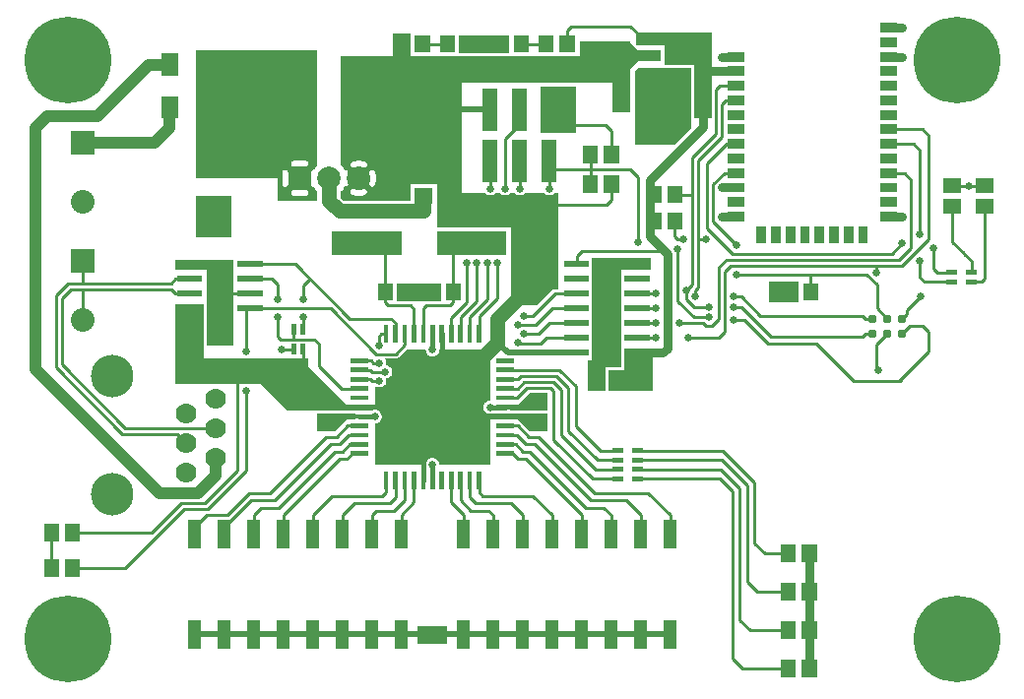
<source format=gbr>
G04 start of page 2 for group 0 idx 0 *
G04 Title: (unknown), top *
G04 Creator: pcb 20140316 *
G04 CreationDate: Sat 14 Dec 2019 03:47:04 AM GMT UTC *
G04 For: railfan *
G04 Format: Gerber/RS-274X *
G04 PCB-Dimensions (mil): 3350.00 2300.00 *
G04 PCB-Coordinate-Origin: lower left *
%MOIN*%
%FSLAX25Y25*%
%LNTOP*%
%ADD43C,0.0480*%
%ADD42C,0.1280*%
%ADD41C,0.0450*%
%ADD40C,0.1285*%
%ADD39C,0.0390*%
%ADD38C,0.0935*%
%ADD37C,0.0120*%
%ADD36C,0.0260*%
%ADD35R,0.0330X0.0330*%
%ADD34R,0.0945X0.0945*%
%ADD33C,0.0310*%
%ADD32R,0.0630X0.0630*%
%ADD31R,0.0550X0.0550*%
%ADD30R,0.0500X0.0500*%
%ADD29R,0.0378X0.0378*%
%ADD28R,0.0787X0.0787*%
%ADD27R,0.0157X0.0157*%
%ADD26R,0.0440X0.0440*%
%ADD25R,0.0167X0.0167*%
%ADD24R,0.0512X0.0512*%
%ADD23R,0.0200X0.0200*%
%ADD22C,0.0800*%
%ADD21C,0.1440*%
%ADD20C,0.0787*%
%ADD19C,0.0700*%
%ADD18C,0.2937*%
%ADD17C,0.0400*%
%ADD16C,0.0500*%
%ADD15C,0.0300*%
%ADD14C,0.0200*%
%ADD13C,0.0100*%
%ADD12C,0.0150*%
%ADD11C,0.0001*%
G54D11*G36*
X131621Y115000D02*X138193D01*
X138221Y114639D01*
X138306Y114287D01*
X138444Y113953D01*
X138634Y113644D01*
X138869Y113369D01*
X139144Y113134D01*
X139453Y112944D01*
X139787Y112806D01*
X140139Y112721D01*
X140500Y112693D01*
X140861Y112721D01*
X141213Y112806D01*
X141547Y112944D01*
X141856Y113134D01*
X142131Y113369D01*
X142366Y113644D01*
X142556Y113953D01*
X142694Y114287D01*
X142779Y114639D01*
X142800Y115000D01*
X160000D01*
Y97807D01*
X159639Y97779D01*
X159287Y97694D01*
X158953Y97556D01*
X158644Y97366D01*
X158369Y97131D01*
X158134Y96856D01*
X157944Y96547D01*
X157806Y96213D01*
X157721Y95861D01*
X157693Y95500D01*
X157721Y95139D01*
X157806Y94787D01*
X157944Y94453D01*
X158134Y94144D01*
X158369Y93869D01*
X158644Y93634D01*
X158953Y93444D01*
X159287Y93306D01*
X159639Y93221D01*
X160000Y93193D01*
Y76000D01*
X142800D01*
X142779Y76361D01*
X142694Y76713D01*
X142556Y77047D01*
X142366Y77356D01*
X142131Y77631D01*
X141856Y77866D01*
X141547Y78056D01*
X141213Y78194D01*
X140861Y78279D01*
X140500Y78307D01*
X140139Y78279D01*
X139787Y78194D01*
X139453Y78056D01*
X139144Y77866D01*
X138869Y77631D01*
X138634Y77356D01*
X138444Y77047D01*
X138306Y76713D01*
X138221Y76361D01*
X138193Y76000D01*
X121000D01*
Y90044D01*
X121361Y90072D01*
X121713Y90157D01*
X122047Y90296D01*
X122356Y90485D01*
X122631Y90720D01*
X122866Y90995D01*
X123056Y91304D01*
X123194Y91638D01*
X123279Y91990D01*
X123300Y92351D01*
X123279Y92712D01*
X123194Y93064D01*
X123056Y93399D01*
X122866Y93707D01*
X122631Y93983D01*
X122356Y94218D01*
X122047Y94407D01*
X121713Y94545D01*
X121361Y94630D01*
X121000Y94658D01*
Y102756D01*
X121144Y102634D01*
X121453Y102444D01*
X121787Y102306D01*
X122139Y102221D01*
X122500Y102193D01*
X122861Y102221D01*
X123213Y102306D01*
X123547Y102444D01*
X123856Y102634D01*
X124131Y102869D01*
X124366Y103144D01*
X124556Y103453D01*
X124694Y103787D01*
X124779Y104139D01*
X124800Y104500D01*
X124779Y104861D01*
X124695Y105208D01*
X124861Y105221D01*
X125213Y105306D01*
X125547Y105444D01*
X125856Y105634D01*
X126131Y105869D01*
X126366Y106144D01*
X126556Y106453D01*
X126694Y106787D01*
X126779Y107139D01*
X126800Y107500D01*
X126779Y107861D01*
X126694Y108213D01*
X126556Y108547D01*
X126366Y108856D01*
X126131Y109131D01*
X125856Y109366D01*
X125547Y109556D01*
X125213Y109694D01*
X124861Y109779D01*
X124695Y109792D01*
X124779Y110139D01*
X124800Y110500D01*
X124779Y110861D01*
X124694Y111213D01*
X124556Y111547D01*
X124366Y111856D01*
X124244Y112000D01*
X127941D01*
X128000Y111995D01*
X128235Y112014D01*
X128235Y112014D01*
X128465Y112069D01*
X128683Y112159D01*
X128884Y112283D01*
X129064Y112436D01*
X129102Y112481D01*
X131621Y115000D01*
G37*
G36*
X101500Y100500D02*X107500D01*
X111500Y96500D01*
X124500D01*
Y94500D01*
X121822D01*
X121713Y94545D01*
X121361Y94630D01*
X121000Y94658D01*
X120639Y94630D01*
X120287Y94545D01*
X120178Y94500D01*
X101500D01*
Y100500D01*
G37*
G36*
Y87500D02*Y93500D01*
X114495D01*
X114395Y93383D01*
X114251Y93148D01*
X114145Y92894D01*
X114081Y92626D01*
X114060Y92351D01*
X114081Y92077D01*
X114145Y91809D01*
X114251Y91554D01*
X114284Y91500D01*
X111500D01*
X107500Y87500D01*
X101500D01*
G37*
G36*
X179500D02*X173500D01*
X169500Y91500D01*
X156500D01*
Y93500D01*
X158862D01*
X158953Y93444D01*
X159287Y93306D01*
X159639Y93221D01*
X160000Y93193D01*
X160361Y93221D01*
X160713Y93306D01*
X161047Y93444D01*
X161138Y93500D01*
X179500D01*
Y87500D01*
G37*
G36*
Y100500D02*Y94500D01*
X166625D01*
X166749Y94703D01*
X166855Y94958D01*
X166919Y95225D01*
X166940Y95500D01*
X166919Y95775D01*
X166855Y96042D01*
X166749Y96297D01*
X166625Y96500D01*
X169500D01*
X173500Y100500D01*
X179500D01*
G37*
G36*
X135500Y21500D02*X145500D01*
Y15500D01*
X135500D01*
Y21500D01*
G37*
G36*
X63000Y116500D02*X53500D01*
Y130500D01*
X63000D01*
Y116500D01*
G37*
G36*
X53500Y124500D02*X63000D01*
Y103500D01*
X53500D01*
Y124500D01*
G37*
G36*
X64000Y116500D02*Y145500D01*
X73000D01*
Y116500D01*
X64000D01*
G37*
G36*
X128500Y137500D02*X143500D01*
Y131500D01*
X138559D01*
X138500Y131505D01*
X138441Y131500D01*
X133059D01*
X133000Y131505D01*
X132941Y131500D01*
X128500D01*
Y137500D01*
G37*
G36*
X91500Y94500D02*Y100500D01*
X106000D01*
Y94500D01*
X91500D01*
G37*
G36*
X107500Y100500D02*Y98000D01*
X96000D01*
Y109500D01*
X98500D01*
X107500Y100500D01*
G37*
G36*
X93000Y94500D02*X91500D01*
X82500Y103500D01*
Y105500D01*
X93000D01*
Y94500D01*
G37*
G36*
X53500Y103500D02*Y112000D01*
X98500D01*
Y103500D01*
X53500D01*
G37*
G36*
X98500Y112000D02*Y94500D01*
X91500D01*
Y112000D01*
X98500D01*
G37*
G36*
X166500Y215500D02*X149500D01*
Y221500D01*
X166500D01*
Y215500D01*
G37*
G36*
X127000Y222000D02*X133000D01*
Y205500D01*
X127000D01*
Y222000D01*
G37*
G36*
Y205500D02*Y214500D01*
X195000D01*
Y205500D01*
X127000D01*
G37*
G36*
X190500D02*Y219500D01*
X207500D01*
Y217384D01*
X202127Y217381D01*
X201974Y217344D01*
X201829Y217284D01*
X201694Y217202D01*
X201575Y217099D01*
X201472Y216980D01*
X201390Y216845D01*
X201330Y216700D01*
X201293Y216547D01*
X201284Y216390D01*
X201293Y212453D01*
X201330Y212300D01*
X201390Y212155D01*
X201472Y212020D01*
X201575Y211901D01*
X201694Y211798D01*
X201829Y211716D01*
X201974Y211656D01*
X202127Y211619D01*
X202284Y211610D01*
X207500Y211613D01*
Y205500D01*
X190500D01*
G37*
G36*
X209500Y222500D02*X235000D01*
Y218000D01*
X209500D01*
Y222500D01*
G37*
G36*
X219000D02*X235000D01*
Y211500D01*
X219000D01*
Y222500D01*
G37*
G36*
X207500Y195500D02*X201500D01*
Y208500D01*
X207500D01*
Y195500D01*
G37*
G36*
X229000Y222500D02*X235000D01*
Y203059D01*
X234995Y203000D01*
X235000Y202941D01*
Y193500D01*
X229000D01*
Y222500D01*
G37*
G36*
X228000Y210500D02*Y190036D01*
X222464Y184500D01*
X209000D01*
Y209500D01*
X210000Y210500D01*
X228000D01*
G37*
G36*
X101500Y190500D02*Y177391D01*
X101289Y177211D01*
X100682Y176500D01*
X100334Y175932D01*
X100280Y175928D01*
X100127Y175891D01*
X99982Y175831D01*
X99847Y175749D01*
X99728Y175646D01*
X99625Y175527D01*
X99543Y175392D01*
X99483Y175247D01*
X99446Y175094D01*
X99437Y174937D01*
Y171063D01*
X99446Y170906D01*
X99483Y170753D01*
X99543Y170608D01*
X99625Y170473D01*
X99728Y170354D01*
X99847Y170251D01*
X99982Y170169D01*
X100127Y170109D01*
X100280Y170072D01*
X100334Y170068D01*
X100682Y169500D01*
X101289Y168789D01*
X101500Y168609D01*
Y165500D01*
X95500D01*
Y167063D01*
X97437D01*
X97594Y167072D01*
X97747Y167109D01*
X97892Y167169D01*
X98027Y167251D01*
X98146Y167354D01*
X98249Y167473D01*
X98331Y167608D01*
X98391Y167753D01*
X98428Y167906D01*
X98440Y168063D01*
X98428Y168220D01*
X98391Y168373D01*
X98331Y168518D01*
X98249Y168653D01*
X98146Y168772D01*
X98027Y168875D01*
X97892Y168957D01*
X97747Y169017D01*
X97594Y169054D01*
X97437Y169063D01*
X95500D01*
Y176937D01*
X97437D01*
X97594Y176946D01*
X97747Y176983D01*
X97892Y177043D01*
X98027Y177125D01*
X98146Y177228D01*
X98249Y177347D01*
X98331Y177482D01*
X98391Y177627D01*
X98428Y177780D01*
X98440Y177937D01*
X98428Y178094D01*
X98391Y178247D01*
X98331Y178392D01*
X98249Y178527D01*
X98146Y178646D01*
X98027Y178749D01*
X97892Y178831D01*
X97747Y178891D01*
X97594Y178928D01*
X97437Y178937D01*
X95500D01*
Y190500D01*
X101500D01*
G37*
G36*
X95500Y165500D02*X90563D01*
Y170060D01*
X90720Y170072D01*
X90873Y170109D01*
X91018Y170169D01*
X91153Y170251D01*
X91272Y170354D01*
X91375Y170473D01*
X91457Y170608D01*
X91517Y170753D01*
X91554Y170906D01*
X91563Y171063D01*
Y174937D01*
X91554Y175094D01*
X91517Y175247D01*
X91457Y175392D01*
X91375Y175527D01*
X91272Y175646D01*
X91153Y175749D01*
X91018Y175831D01*
X90873Y175891D01*
X90720Y175928D01*
X90563Y175940D01*
Y190500D01*
X95500D01*
Y178937D01*
X93563D01*
X93406Y178928D01*
X93253Y178891D01*
X93108Y178831D01*
X92973Y178749D01*
X92854Y178646D01*
X92751Y178527D01*
X92669Y178392D01*
X92609Y178247D01*
X92572Y178094D01*
X92560Y177937D01*
X92572Y177780D01*
X92609Y177627D01*
X92669Y177482D01*
X92751Y177347D01*
X92854Y177228D01*
X92973Y177125D01*
X93108Y177043D01*
X93253Y176983D01*
X93406Y176946D01*
X93563Y176937D01*
X95500D01*
Y169063D01*
X93563D01*
X93406Y169054D01*
X93253Y169017D01*
X93108Y168957D01*
X92973Y168875D01*
X92854Y168772D01*
X92751Y168653D01*
X92669Y168518D01*
X92609Y168373D01*
X92572Y168220D01*
X92560Y168063D01*
X92572Y167906D01*
X92609Y167753D01*
X92669Y167608D01*
X92751Y167473D01*
X92854Y167354D01*
X92973Y167251D01*
X93108Y167169D01*
X93253Y167109D01*
X93406Y167072D01*
X93563Y167063D01*
X95500D01*
Y165500D01*
G37*
G36*
X90563D02*X88000D01*
Y190500D01*
X90563D01*
Y175940D01*
X90406Y175928D01*
X90253Y175891D01*
X90108Y175831D01*
X89973Y175749D01*
X89854Y175646D01*
X89751Y175527D01*
X89669Y175392D01*
X89609Y175247D01*
X89572Y175094D01*
X89563Y174937D01*
Y171063D01*
X89572Y170906D01*
X89609Y170753D01*
X89669Y170608D01*
X89751Y170473D01*
X89854Y170354D01*
X89973Y170251D01*
X90108Y170169D01*
X90253Y170109D01*
X90406Y170072D01*
X90563Y170060D01*
Y165500D01*
G37*
G36*
X73000Y145500D02*Y142000D01*
X53500D01*
Y145500D01*
X73000D01*
G37*
G36*
X60500Y167000D02*X72500D01*
Y153000D01*
X60500D01*
Y167000D01*
G37*
G36*
Y216500D02*X68500D01*
Y174500D01*
X60500D01*
Y216500D01*
G37*
G36*
X95500D02*X101500D01*
Y177391D01*
X101289Y177211D01*
X100682Y176500D01*
X100334Y175932D01*
X100280Y175928D01*
X100127Y175891D01*
X99982Y175831D01*
X99847Y175749D01*
X99728Y175646D01*
X99625Y175527D01*
X99543Y175392D01*
X99483Y175247D01*
X99446Y175094D01*
X99437Y174937D01*
Y173000D01*
X95500D01*
Y176937D01*
X97437D01*
X97594Y176946D01*
X97747Y176983D01*
X97892Y177043D01*
X98027Y177125D01*
X98146Y177228D01*
X98249Y177347D01*
X98331Y177482D01*
X98391Y177627D01*
X98428Y177780D01*
X98440Y177937D01*
X98428Y178094D01*
X98391Y178247D01*
X98331Y178392D01*
X98249Y178527D01*
X98146Y178646D01*
X98027Y178749D01*
X97892Y178831D01*
X97747Y178891D01*
X97594Y178928D01*
X97437Y178937D01*
X95500D01*
Y216500D01*
G37*
G36*
X60500D02*X95500D01*
Y178937D01*
X93563D01*
X93406Y178928D01*
X93253Y178891D01*
X93108Y178831D01*
X92973Y178749D01*
X92854Y178646D01*
X92751Y178527D01*
X92669Y178392D01*
X92609Y178247D01*
X92572Y178094D01*
X92560Y177937D01*
X92572Y177780D01*
X92609Y177627D01*
X92669Y177482D01*
X92751Y177347D01*
X92854Y177228D01*
X92973Y177125D01*
X93108Y177043D01*
X93253Y176983D01*
X93406Y176946D01*
X93563Y176937D01*
X95500D01*
Y173000D01*
X91563D01*
Y174937D01*
X91554Y175094D01*
X91517Y175247D01*
X91457Y175392D01*
X91375Y175527D01*
X91272Y175646D01*
X91153Y175749D01*
X91018Y175831D01*
X90873Y175891D01*
X90720Y175928D01*
X90563Y175940D01*
X90406Y175928D01*
X90253Y175891D01*
X90108Y175831D01*
X89973Y175749D01*
X89854Y175646D01*
X89751Y175527D01*
X89669Y175392D01*
X89609Y175247D01*
X89572Y175094D01*
X89563Y174937D01*
Y173000D01*
X60500D01*
Y216500D01*
G37*
G36*
X141000Y171000D02*X121086D01*
X121204Y171328D01*
X121337Y171877D01*
X121417Y172436D01*
X121444Y173000D01*
X121417Y173564D01*
X121337Y174123D01*
X121204Y174672D01*
X121019Y175206D01*
X120950Y175348D01*
X120858Y175477D01*
X120748Y175591D01*
X120621Y175685D01*
X120481Y175759D01*
X120332Y175809D01*
X120176Y175836D01*
X120018Y175838D01*
X119861Y175815D01*
X119710Y175768D01*
X119569Y175698D01*
X119439Y175607D01*
X119326Y175496D01*
X119232Y175370D01*
X119158Y175230D01*
X119108Y175080D01*
X119081Y174924D01*
X119079Y174766D01*
X119102Y174610D01*
X119152Y174460D01*
X119278Y174108D01*
X119366Y173744D01*
X119419Y173374D01*
X119437Y173000D01*
X119419Y172626D01*
X119366Y172256D01*
X119278Y171892D01*
X119156Y171539D01*
X119106Y171389D01*
X119083Y171234D01*
X119085Y171076D01*
X119098Y171000D01*
X115498D01*
Y176937D01*
X115500Y176937D01*
X115874Y176919D01*
X116244Y176866D01*
X116608Y176778D01*
X116961Y176656D01*
X117111Y176606D01*
X117266Y176583D01*
X117424Y176585D01*
X117579Y176612D01*
X117728Y176662D01*
X117867Y176736D01*
X117993Y176830D01*
X118103Y176942D01*
X118194Y177071D01*
X118264Y177212D01*
X118311Y177362D01*
X118333Y177518D01*
X118332Y177675D01*
X118305Y177831D01*
X118254Y177980D01*
X118181Y178119D01*
X118087Y178245D01*
X117975Y178355D01*
X117846Y178446D01*
X117704Y178513D01*
X117172Y178704D01*
X116623Y178837D01*
X116064Y178917D01*
X115500Y178944D01*
X115498Y178944D01*
Y214500D01*
X141000D01*
Y171000D01*
G37*
G36*
X115498D02*X111906D01*
X111919Y171076D01*
X111921Y171234D01*
X111898Y171390D01*
X111848Y171540D01*
X111722Y171892D01*
X111634Y172256D01*
X111581Y172626D01*
X111563Y173000D01*
X111581Y173374D01*
X111634Y173744D01*
X111722Y174108D01*
X111844Y174461D01*
X111894Y174611D01*
X111917Y174766D01*
X111915Y174924D01*
X111888Y175079D01*
X111838Y175228D01*
X111764Y175367D01*
X111670Y175493D01*
X111558Y175603D01*
X111429Y175694D01*
X111288Y175764D01*
X111138Y175811D01*
X110982Y175833D01*
X110825Y175832D01*
X110737Y175817D01*
X110318Y176500D01*
X109711Y177211D01*
X109500Y177391D01*
Y214500D01*
X115498D01*
Y178944D01*
X114936Y178917D01*
X114377Y178837D01*
X113828Y178704D01*
X113294Y178519D01*
X113152Y178450D01*
X113023Y178358D01*
X112909Y178248D01*
X112815Y178121D01*
X112741Y177981D01*
X112691Y177832D01*
X112664Y177676D01*
X112662Y177518D01*
X112685Y177361D01*
X112732Y177210D01*
X112802Y177069D01*
X112893Y176939D01*
X113004Y176826D01*
X113130Y176732D01*
X113270Y176658D01*
X113420Y176608D01*
X113576Y176581D01*
X113734Y176579D01*
X113890Y176602D01*
X114040Y176652D01*
X114392Y176778D01*
X114756Y176866D01*
X115126Y176919D01*
X115498Y176937D01*
Y171000D01*
G37*
G36*
X120261Y179000D02*X133000D01*
Y165500D01*
X120261D01*
Y170183D01*
X120331Y170195D01*
X120480Y170246D01*
X120619Y170319D01*
X120745Y170413D01*
X120855Y170525D01*
X120946Y170654D01*
X121013Y170796D01*
X121204Y171328D01*
X121337Y171877D01*
X121417Y172436D01*
X121444Y173000D01*
X121417Y173564D01*
X121337Y174123D01*
X121204Y174672D01*
X121019Y175206D01*
X120950Y175348D01*
X120858Y175477D01*
X120748Y175591D01*
X120621Y175685D01*
X120481Y175759D01*
X120332Y175809D01*
X120261Y175821D01*
Y179000D01*
G37*
G36*
X115502D02*X120261D01*
Y175821D01*
X120176Y175836D01*
X120018Y175838D01*
X119861Y175815D01*
X119710Y175768D01*
X119569Y175698D01*
X119439Y175607D01*
X119326Y175496D01*
X119232Y175370D01*
X119158Y175230D01*
X119108Y175080D01*
X119081Y174924D01*
X119079Y174766D01*
X119102Y174610D01*
X119152Y174460D01*
X119278Y174108D01*
X119366Y173744D01*
X119419Y173374D01*
X119437Y173000D01*
X119419Y172626D01*
X119366Y172256D01*
X119278Y171892D01*
X119156Y171539D01*
X119106Y171389D01*
X119083Y171234D01*
X119085Y171076D01*
X119112Y170921D01*
X119162Y170772D01*
X119236Y170633D01*
X119330Y170507D01*
X119442Y170397D01*
X119571Y170306D01*
X119712Y170236D01*
X119862Y170189D01*
X120018Y170167D01*
X120175Y170168D01*
X120261Y170183D01*
Y165500D01*
X115502D01*
Y167056D01*
X116064Y167083D01*
X116623Y167163D01*
X117172Y167296D01*
X117706Y167481D01*
X117848Y167550D01*
X117977Y167642D01*
X118091Y167752D01*
X118185Y167879D01*
X118259Y168019D01*
X118309Y168168D01*
X118336Y168324D01*
X118338Y168482D01*
X118315Y168639D01*
X118268Y168790D01*
X118198Y168931D01*
X118107Y169061D01*
X117996Y169174D01*
X117870Y169268D01*
X117730Y169342D01*
X117580Y169392D01*
X117424Y169419D01*
X117266Y169421D01*
X117110Y169398D01*
X116960Y169348D01*
X116608Y169222D01*
X116244Y169134D01*
X115874Y169081D01*
X115502Y169063D01*
Y176937D01*
X115874Y176919D01*
X116244Y176866D01*
X116608Y176778D01*
X116961Y176656D01*
X117111Y176606D01*
X117266Y176583D01*
X117424Y176585D01*
X117579Y176612D01*
X117728Y176662D01*
X117867Y176736D01*
X117993Y176830D01*
X118103Y176942D01*
X118194Y177071D01*
X118264Y177212D01*
X118311Y177362D01*
X118333Y177518D01*
X118332Y177675D01*
X118305Y177831D01*
X118254Y177980D01*
X118181Y178119D01*
X118087Y178245D01*
X117975Y178355D01*
X117846Y178446D01*
X117704Y178513D01*
X117172Y178704D01*
X116623Y178837D01*
X116064Y178917D01*
X115502Y178944D01*
Y179000D01*
G37*
G36*
X109500D02*X115502D01*
Y178944D01*
X115500Y178944D01*
X114936Y178917D01*
X114377Y178837D01*
X113828Y178704D01*
X113294Y178519D01*
X113152Y178450D01*
X113023Y178358D01*
X112909Y178248D01*
X112815Y178121D01*
X112741Y177981D01*
X112691Y177832D01*
X112664Y177676D01*
X112662Y177518D01*
X112685Y177361D01*
X112732Y177210D01*
X112802Y177069D01*
X112893Y176939D01*
X113004Y176826D01*
X113130Y176732D01*
X113270Y176658D01*
X113420Y176608D01*
X113576Y176581D01*
X113734Y176579D01*
X113890Y176602D01*
X114040Y176652D01*
X114392Y176778D01*
X114756Y176866D01*
X115126Y176919D01*
X115500Y176937D01*
X115502Y176937D01*
Y169063D01*
X115500Y169063D01*
X115126Y169081D01*
X114756Y169134D01*
X114392Y169222D01*
X114039Y169344D01*
X113889Y169394D01*
X113734Y169417D01*
X113576Y169415D01*
X113421Y169388D01*
X113272Y169338D01*
X113133Y169264D01*
X113007Y169170D01*
X112897Y169058D01*
X112806Y168929D01*
X112736Y168788D01*
X112689Y168638D01*
X112667Y168482D01*
X112668Y168325D01*
X112695Y168169D01*
X112746Y168020D01*
X112819Y167881D01*
X112913Y167755D01*
X113025Y167645D01*
X113154Y167554D01*
X113296Y167487D01*
X113828Y167296D01*
X114377Y167163D01*
X114936Y167083D01*
X115500Y167056D01*
X115502Y167056D01*
Y165500D01*
X110450D01*
X109500Y166450D01*
Y168609D01*
X109711Y168789D01*
X110318Y169500D01*
X110735Y170179D01*
X110824Y170164D01*
X110982Y170162D01*
X111139Y170185D01*
X111290Y170232D01*
X111431Y170302D01*
X111561Y170393D01*
X111674Y170504D01*
X111768Y170630D01*
X111842Y170770D01*
X111892Y170920D01*
X111919Y171076D01*
X111921Y171234D01*
X111898Y171390D01*
X111848Y171540D01*
X111722Y171892D01*
X111634Y172256D01*
X111581Y172626D01*
X111563Y173000D01*
X111581Y173374D01*
X111634Y173744D01*
X111722Y174108D01*
X111844Y174461D01*
X111894Y174611D01*
X111917Y174766D01*
X111915Y174924D01*
X111888Y175079D01*
X111838Y175228D01*
X111764Y175367D01*
X111670Y175493D01*
X111558Y175603D01*
X111429Y175694D01*
X111288Y175764D01*
X111138Y175811D01*
X110982Y175833D01*
X110825Y175832D01*
X110737Y175817D01*
X110318Y176500D01*
X109711Y177211D01*
X109500Y177391D01*
Y179000D01*
G37*
G36*
X142000Y174000D02*X150500D01*
Y156500D01*
X142000D01*
Y174000D01*
G37*
G36*
Y156500D02*Y168000D01*
X158256D01*
X158369Y167869D01*
X158644Y167634D01*
X158953Y167444D01*
X159287Y167306D01*
X159639Y167221D01*
X160000Y167193D01*
X160361Y167221D01*
X160713Y167306D01*
X161047Y167444D01*
X161356Y167634D01*
X161631Y167869D01*
X161744Y168000D01*
X163256D01*
X163369Y167869D01*
X163644Y167634D01*
X163953Y167444D01*
X164287Y167306D01*
X164639Y167221D01*
X165000Y167193D01*
X165361Y167221D01*
X165713Y167306D01*
X166047Y167444D01*
X166356Y167634D01*
X166631Y167869D01*
X166744Y168000D01*
X168256D01*
X168369Y167869D01*
X168644Y167634D01*
X168953Y167444D01*
X169287Y167306D01*
X169639Y167221D01*
X170000Y167193D01*
X170361Y167221D01*
X170713Y167306D01*
X171047Y167444D01*
X171356Y167634D01*
X171631Y167869D01*
X171744Y168000D01*
X178256D01*
X178369Y167869D01*
X178644Y167634D01*
X178953Y167444D01*
X179287Y167306D01*
X179639Y167221D01*
X180000Y167193D01*
X180361Y167221D01*
X180713Y167306D01*
X181047Y167444D01*
X181356Y167634D01*
X181631Y167869D01*
X181744Y168000D01*
X183000D01*
Y156500D01*
X142000D01*
G37*
G36*
X183000Y168000D02*Y135500D01*
X182059D01*
X182000Y135505D01*
X181765Y135486D01*
X181535Y135431D01*
X181317Y135341D01*
X181116Y135217D01*
X181115Y135217D01*
X180936Y135064D01*
X180898Y135019D01*
X175879Y130000D01*
X167000D01*
Y168000D01*
X168256D01*
X168369Y167869D01*
X168644Y167634D01*
X168953Y167444D01*
X169287Y167306D01*
X169639Y167221D01*
X170000Y167193D01*
X170361Y167221D01*
X170713Y167306D01*
X171047Y167444D01*
X171356Y167634D01*
X171631Y167869D01*
X171744Y168000D01*
X178256D01*
X178369Y167869D01*
X178644Y167634D01*
X178953Y167444D01*
X179287Y167306D01*
X179639Y167221D01*
X180000Y167193D01*
X180361Y167221D01*
X180713Y167306D01*
X181047Y167444D01*
X181356Y167634D01*
X181631Y167869D01*
X181744Y168000D01*
X183000D01*
G37*
G36*
X136000Y207500D02*X150500D01*
Y171000D01*
X136000D01*
Y207500D01*
G37*
G36*
X177000Y204000D02*X189000D01*
Y188500D01*
X177000D01*
Y204000D01*
G37*
G36*
X194500Y146000D02*X204500D01*
Y109000D01*
X194500D01*
Y146000D01*
G37*
G36*
X199000Y101000D02*X193000D01*
Y111500D01*
X199000D01*
Y101000D01*
G37*
G36*
X194500Y146000D02*X214500D01*
Y142000D01*
X194500D01*
Y146000D01*
G37*
G36*
X205500Y115500D02*X215000D01*
Y101000D01*
X205500D01*
Y115500D01*
G37*
G36*
X215000Y101000D02*X200000D01*
Y108000D01*
X215000D01*
Y101000D01*
G37*
G36*
X254500Y138000D02*X264500D01*
Y131000D01*
X254500D01*
Y138000D01*
G37*
G54D12*X137350Y70815D02*Y81500D01*
X140500Y76000D02*Y70815D01*
G54D13*X146799D02*Y63200D01*
X153098Y70815D02*Y64901D01*
X154999Y63000D01*
X149948Y70815D02*Y64051D01*
X156247Y70815D02*Y66752D01*
X157499Y65500D01*
X146799Y63200D02*X150999Y59000D01*
X153499Y60500D02*X159499D01*
X149948Y64051D02*X153499Y60500D01*
X150999Y59000D02*Y52450D01*
X160999Y59000D02*Y52450D01*
X170999Y59000D02*Y52450D01*
X159499Y60500D02*X160999Y59000D01*
X154999Y63000D02*X166999D01*
X170999Y59000D01*
X157499Y65500D02*X174499D01*
X180999Y59000D01*
X172000Y78000D02*X191000Y59000D01*
X173500Y80500D02*X192500Y61500D01*
X175000Y83000D02*X194000Y64000D01*
X180999Y59000D02*Y52450D01*
X191000Y59000D02*Y52450D01*
G54D14*X143000Y18550D02*X221000D01*
G54D13*X176500Y85500D02*X195500Y66500D01*
X194724Y71276D02*X181500Y84500D01*
X195575Y74425D02*X184000Y86000D01*
X196425Y77575D02*X186500Y87500D01*
X197276Y80724D02*X189000Y89000D01*
X169300Y89200D02*X173000Y85500D01*
X176500D01*
X181500Y101000D02*Y84500D01*
X184000Y86000D02*Y101500D01*
X168949Y86051D02*X172000Y83000D01*
X168599Y82901D02*X171000Y80500D01*
X167748Y79752D02*X169500Y78000D01*
X172000D02*X169500D01*
X171000Y80500D02*X173500D01*
X172000Y83000D02*X175000D01*
G54D12*X160000Y95500D02*X165185D01*
G54D13*Y89200D02*X169300D01*
X165185Y86051D02*X168949D01*
X165185Y82901D02*X168599D01*
X165185Y79752D02*X167748D01*
X186500Y87500D02*Y102000D01*
X189000Y89000D02*Y102598D01*
X192500Y61500D02*X198500D01*
X201000Y59000D01*
Y52450D01*
X194000Y64000D02*X206000D01*
X211000Y59000D01*
Y52450D01*
X195500Y66500D02*X213500D01*
X203152Y71276D02*X194724D01*
X203152Y74425D02*X195575D01*
X203152Y77575D02*X196425D01*
X203152Y80724D02*X197276D01*
X213500Y66500D02*X221000Y59000D01*
Y52450D01*
X237724Y71276D02*X209848D01*
X238075Y74425D02*X209848D01*
X238425Y77575D02*X209848D01*
X238776Y80724D02*X209848D01*
X242000Y10500D02*Y67000D01*
X244500Y23500D02*Y68000D01*
X248000Y20000D02*X244500Y23500D01*
X247000Y36500D02*Y69000D01*
X249500Y49500D02*Y70000D01*
X250500Y33000D02*X247000Y36500D01*
X262457Y7000D02*X245500D01*
X242000Y10500D01*
X262457Y20000D02*X248000D01*
X262457Y33000D02*X250500D01*
X262457Y46000D02*X253000D01*
X249500Y49500D01*
G54D15*X268000Y7000D02*Y46000D01*
G54D13*X242000Y67000D02*X237724Y71276D01*
X244500Y68000D02*X238075Y74425D01*
X247000Y69000D02*X238425Y77575D01*
X249500Y70000D02*X238776Y80724D01*
G54D12*X143650Y120185D02*Y109500D01*
X140500Y120185D02*Y115000D01*
X115815Y92351D02*X121000D01*
G54D13*X111700Y89200D02*X115815D01*
X111700D02*X108000Y85500D01*
X112051Y86051D02*X115815D01*
X112051D02*X109000Y83000D01*
X112401Y82901D02*X115815D01*
X112401D02*X110000Y80500D01*
X107500D02*X110000D01*
X106000Y83000D02*X109000D01*
X104500Y85500D02*X108000D01*
X74500Y74000D02*Y107500D01*
X77500Y74000D02*Y101000D01*
X113252Y79752D02*X111500Y78000D01*
X115815Y101800D02*X109700D01*
X102000Y109500D01*
X121500Y113500D02*X106000Y129000D01*
X112500Y125500D02*X126500D01*
X127902Y124098D01*
Y120185D01*
X123185D02*X124752D01*
X94000Y144000D02*X78750D01*
Y139000D02*X86000D01*
X88000Y137000D01*
Y132000D01*
X96575D02*Y136575D01*
X99000Y139000D01*
X106000Y129000D02*X78750D01*
X88000Y126000D02*Y119500D01*
X77500Y114500D02*Y129000D01*
X89000Y118500D02*X100500D01*
X93425Y115152D02*X89500D01*
X88000Y119500D02*X89000Y118500D01*
X93425Y122348D02*Y118500D01*
X96575Y122348D02*Y126000D01*
X100500Y118500D02*X102000Y117000D01*
Y109500D01*
X96575Y115652D02*Y109000D01*
X94000Y144000D02*X112500Y125500D01*
X113252Y79752D02*X115815D01*
Y111248D02*X119752D01*
X115815Y108099D02*X119401D01*
X120000Y107500D01*
X119752Y111248D02*X120500Y110500D01*
X122500D01*
X120000Y107500D02*X124500D01*
X115815Y104949D02*X119551D01*
X120000Y104500D01*
X122500D01*
X131052Y120185D02*Y116552D01*
X128000Y113500D01*
X121500D01*
X122500Y116500D02*Y119500D01*
X123185Y120185D01*
X124457Y131043D02*Y151000D01*
X125500Y130000D02*X124457Y131043D01*
X133000Y130000D02*X125500D01*
X134201Y128799D02*X133000Y130000D01*
G54D16*X105500Y173000D02*Y165500D01*
X109000Y162000D01*
X137500D01*
Y166957D01*
G54D13*X137351Y128851D02*X138500Y130000D01*
X134201Y120185D02*Y128799D01*
X137351Y120185D02*Y128851D01*
X146800Y120185D02*Y125800D01*
X147543Y131043D02*Y151000D01*
X146500Y130000D02*X147543Y131043D01*
X138500Y130000D02*X146500D01*
X152000Y131000D02*Y144500D01*
X155500Y131500D02*Y144500D01*
X159000Y132000D02*Y144500D01*
X162500Y132500D02*Y144500D01*
X160000Y169500D02*Y178760D01*
X165000Y169500D02*Y186500D01*
X170000Y169500D02*Y178760D01*
X180000Y169500D02*Y178760D01*
X193957Y181000D02*Y171000D01*
X201043D02*Y165543D01*
X199500Y164000D01*
X225500Y152500D02*X223500D01*
X233000D02*X230500D01*
Y179000D02*Y136000D01*
X229500Y135000D01*
X268543Y134500D02*Y140500D01*
X242500Y133000D02*X245000D01*
X229500Y135000D02*Y133000D01*
X226500Y132000D02*X229000Y129500D01*
X234000D01*
X232000Y124000D02*X224000D01*
X245000Y133000D02*X251500Y126500D01*
X255000Y119500D02*X245000Y129500D01*
X242500D01*
X254000Y117000D02*X246000Y125000D01*
X242500D01*
X237500Y143000D02*Y125500D01*
X235000Y123000D01*
X233000D01*
X232000Y124000D01*
X134200Y70815D02*Y63200D01*
X130000Y59000D01*
X131051Y70815D02*Y64051D01*
X127901Y64901D02*X126000Y63000D01*
X127901Y70815D02*Y64901D01*
X131051Y64051D02*X127500Y60500D01*
X124752Y70815D02*Y66752D01*
X123500Y65500D01*
X130000Y59000D02*Y52450D01*
X127500Y60500D02*X121500D01*
X120000Y59000D01*
Y52450D01*
X114000Y63000D02*X110000Y59000D01*
Y52450D01*
X123500Y65500D02*X106500D01*
X126000Y63000D02*X114000D01*
X82500Y61500D02*X88500D01*
X82500D02*X80000Y59000D01*
X106500Y65500D02*X100000Y59000D01*
X109000Y78000D02*X90000Y59000D01*
X109000Y78000D02*X111500D01*
X107500Y80500D02*X88500Y61500D01*
X100000Y59000D02*Y52450D01*
X90000Y59000D02*Y52450D01*
X80000Y59000D02*Y52450D01*
X106000Y83000D02*X87000Y64000D01*
X104500Y85500D02*X85500Y66500D01*
X63500Y63000D02*X74500Y74000D01*
X64500Y61000D02*X77500Y74000D01*
G54D14*X60000Y18550D02*X138000D01*
G54D13*X87000Y64000D02*X79000D01*
X70000Y55000D01*
X64000Y59000D02*X71000D01*
X78500Y66500D01*
X85500D01*
X60000Y55000D02*X64000Y59000D01*
X45500Y53000D02*X55500Y63000D01*
X63500D01*
X36500Y41000D02*X56500Y61000D01*
X64500D01*
G54D17*X67000Y78500D02*Y72500D01*
X61000Y66500D01*
X48000D01*
X6000Y108500D01*
G54D13*X36500Y88500D02*X15000Y110000D01*
X13000Y109000D02*X35500Y86500D01*
X67000Y88500D02*X36500D01*
X35500Y86500D02*X54000D01*
X57000Y83500D01*
X11457Y53000D02*Y41000D01*
X36500D02*X18543D01*
X45500Y53000D02*X18543D01*
G54D17*X6000Y108500D02*Y185000D01*
G54D13*X58250Y139000D02*X53500D01*
X52000Y137500D01*
X58250Y134000D02*X53500D01*
X52000Y135500D01*
X18000D01*
X52000Y137500D02*X17000D01*
X22000D02*Y145000D01*
Y135500D02*Y125000D01*
X18000Y135500D02*X15000Y132500D01*
X17000Y137500D02*X13000Y133500D01*
X15000Y132500D02*Y110000D01*
X13000Y133500D02*Y109000D01*
X78750Y134000D02*X68500D01*
G54D17*X6000Y185000D02*Y190000D01*
X10000Y194000D01*
X27000D01*
X22000Y185000D02*X46500D01*
X51500Y190000D01*
Y197000D01*
X27000Y194000D02*X44500Y211500D01*
X51500D01*
G54D13*X137043Y218500D02*X145457D01*
X170543D02*X178957D01*
X186043D02*Y223043D01*
X187500Y224500D01*
X165000Y186500D02*X170000Y191500D01*
G54D14*X160000Y196500D02*X147500D01*
G54D13*X165185Y98649D02*X169149D01*
X172500Y102000D01*
X165185Y101799D02*X169299D01*
X171500Y104000D01*
X165185Y104948D02*X169448D01*
X170500Y106000D01*
X165185Y108098D02*X183500D01*
X171500Y104000D02*X181500D01*
X170500Y106000D02*X182500D01*
X172500Y102000D02*X180500D01*
X181500Y101000D01*
X184000Y101500D02*X181500Y104000D01*
X146800Y125800D02*X152000Y131000D01*
X149949Y120185D02*Y125949D01*
X155500Y131500D01*
X153099Y120185D02*Y126099D01*
X159000Y132000D01*
X156248Y120185D02*Y126248D01*
X162500Y132500D01*
G54D16*X171000Y134000D02*X162500Y125500D01*
Y117500D01*
X156500Y111500D01*
G54D14*X166000Y114000D02*X162500Y117500D01*
G54D13*X186500Y102000D02*X182500Y106000D01*
X189000Y102598D02*X183500Y108098D01*
G54D14*X189250Y114000D02*X166000D01*
G54D13*X169000Y117000D02*X177000D01*
X179000Y119000D01*
X171500Y120500D02*X176500D01*
X179000Y119000D02*X189250D01*
X176500Y120500D02*X180000Y124000D01*
X189250D01*
X169500Y123500D02*X175500D01*
X171500Y126500D02*X174500D01*
X189250Y144000D02*Y146750D01*
X191000Y148500D01*
X175500Y123500D02*X181000Y129000D01*
X189250D01*
X174500Y126500D02*X182000Y134000D01*
X189250D01*
X216000D02*X209750D01*
X216000Y129000D02*X209750D01*
X216000Y124000D02*X209750D01*
G54D15*X214000Y153500D02*Y172500D01*
G54D13*X216000Y119000D02*X209750D01*
X227000D02*X237500D01*
X239500Y121000D01*
Y141500D01*
X241500Y143500D01*
G54D15*X220000Y115500D02*X218500Y114000D01*
X220000Y115500D02*Y147500D01*
G54D13*X228500Y180000D02*Y137000D01*
X226500Y135000D01*
G54D15*X218500Y114000D02*X209750D01*
G54D13*X191000Y148500D02*X220000D01*
X199500Y164000D02*X179000D01*
G54D15*X220000Y147500D02*X214000Y153500D01*
G54D13*X187500Y224500D02*X207500D01*
X211000Y221000D01*
G54D15*X243201Y209224D02*X232000D01*
G54D13*X243201Y204303D02*X237803D01*
X236500Y203000D01*
G54D15*X243201Y214146D02*X238500D01*
G54D13*X199000Y191000D02*X184500D01*
X201043Y181000D02*Y188957D01*
X199000Y191000D01*
X180000Y175957D02*X207543D01*
X210000Y173500D01*
X243201Y184618D02*X240118D01*
G54D15*X232000Y190500D02*X214000Y172500D01*
G54D13*X238500Y187000D02*X230500Y179000D01*
X236500Y188000D02*X228500Y180000D01*
X222543Y167500D02*X228500D01*
X238500Y198000D02*Y187000D01*
X236500Y203000D02*Y188000D01*
X238500Y198000D02*X239882Y199382D01*
X243201D01*
G54D15*X232000Y190500D02*Y201500D01*
X243201Y169854D02*X238500D01*
G54D13*X243201Y174776D02*X239276D01*
X235500Y171000D01*
Y158500D01*
X240118Y184618D02*X233500Y178000D01*
X223500Y152500D02*X222500Y153500D01*
Y158500D01*
X210000Y173500D02*Y151500D01*
X233500Y178000D02*Y156000D01*
X226500Y132000D02*Y135000D01*
X223500Y149000D02*Y131500D01*
X229000Y126000D01*
X234000D01*
G54D15*X243201Y160012D02*X238500D01*
G54D13*X237500Y143000D02*X240000Y145500D01*
X233500Y156000D02*X242000Y147500D01*
X243500Y150500D02*X235500Y158500D01*
G54D15*X294799Y160012D02*X299500D01*
G54D13*X298500Y145500D02*X240000D01*
X299500Y143500D02*X241500D01*
X242000Y147500D02*X296000D01*
X299500Y151000D01*
X286000Y126500D02*X251500D01*
X287500Y140500D02*X243500D01*
X290800Y141000D02*Y143500D01*
G54D15*X294799Y223988D02*X299500D01*
X294799Y214146D02*X299500D01*
G54D13*X294799Y174776D02*X300224D01*
X302500Y172500D01*
X305500Y182500D02*Y154000D01*
X308500Y152500D02*Y187500D01*
X294799Y184618D02*X303382D01*
X305500Y182500D01*
X302500Y172500D02*Y149500D01*
X298500Y145500D02*X302500Y149500D01*
X299500Y143500D02*X308500Y152500D01*
X294799Y189539D02*X306461D01*
X308500Y187500D01*
X289500Y125500D02*X287000D01*
X286000Y126500D01*
X289500Y120500D02*X287000D01*
X286000Y119500D01*
X299500Y120500D02*X302000Y123000D01*
X306500D01*
X308500Y121000D01*
X286000Y119500D02*X255000D01*
X270500Y117000D02*X254000D01*
X308500Y121000D02*Y114500D01*
X298500Y104500D01*
X299000D02*X283500D01*
X283000D02*X270500Y117000D01*
X290800Y108000D02*Y116800D01*
X294500Y120500D01*
X320425Y147575D02*X316500Y151500D01*
X310000Y149500D02*Y142500D01*
X311425Y141075D01*
X316152D01*
X305500Y145000D02*Y139500D01*
X316500Y151500D02*Y163457D01*
X327500Y170500D02*X316500D01*
X320500Y147500D02*X323000Y145000D01*
Y141000D01*
X327500Y163457D02*Y139000D01*
X326425Y137925D01*
X322848D01*
X307075D02*X316152D01*
X294500Y125500D02*X291000Y129000D01*
Y137000D01*
X287500Y140500D01*
X299500Y125500D02*X301100Y127100D01*
Y128400D01*
X305700Y133000D01*
X305500Y139500D02*X307075Y137925D01*
G54D18*X318000Y213000D03*
Y17000D03*
G54D19*X67000Y98500D03*
X57000Y93500D03*
X67000Y88500D03*
X57000Y83500D03*
G54D20*X115500Y173000D03*
X105500D03*
G54D11*G36*
X91563Y176937D02*Y169063D01*
X99437D01*
Y176937D01*
X91563D01*
G37*
G54D19*X67000Y78500D03*
X57000Y73500D03*
G54D21*X32000Y106000D03*
G54D18*X17000Y213000D03*
G54D11*G36*
X18000Y149000D02*Y141000D01*
X26000D01*
Y149000D01*
X18000D01*
G37*
G54D22*X22000Y125000D03*
G54D11*G36*
X18000Y189000D02*Y181000D01*
X26000D01*
Y189000D01*
X18000D01*
G37*
G54D22*X22000Y165000D03*
G54D21*X32000Y66000D03*
G54D18*X17000Y17000D03*
G54D23*X55000Y144000D02*X61500D01*
X55000Y139000D02*X61500D01*
X55000Y134000D02*X61500D01*
X75500Y129000D02*X82000D01*
X75500Y134000D02*X82000D01*
X75500Y139000D02*X82000D01*
X75500Y144000D02*X82000D01*
X55000Y129000D02*X61500D01*
G54D24*X59957Y120393D02*Y119607D01*
X67043Y120393D02*Y119607D01*
G54D25*X96575Y122783D02*Y120913D01*
X93425Y122783D02*Y120913D01*
Y116087D02*Y114217D01*
X96575Y116087D02*Y114217D01*
G54D26*X60000Y21150D02*Y15950D01*
X70000Y21150D02*Y15950D01*
X80000Y21150D02*Y15950D01*
X90000Y21150D02*Y15950D01*
X100000Y21150D02*Y15950D01*
X110000Y21150D02*Y15950D01*
X120000Y21150D02*Y15950D01*
X130000Y21150D02*Y15950D01*
X60000Y55050D02*Y49850D01*
X70000Y55050D02*Y49850D01*
X80000Y55050D02*Y49850D01*
X90000Y55050D02*Y49850D01*
X100000Y55050D02*Y49850D01*
X110000Y55050D02*Y49850D01*
X120000Y55050D02*Y49850D01*
X130000Y55050D02*Y49850D01*
G54D24*X11457Y53393D02*Y52607D01*
X18543Y53393D02*Y52607D01*
Y41393D02*Y40607D01*
X11457Y41393D02*Y40607D01*
G54D27*X156248Y122398D02*Y117972D01*
X153099Y122398D02*Y117972D01*
X149949Y122398D02*Y117972D01*
X146800Y122398D02*Y117972D01*
X143650Y122398D02*Y117972D01*
X140500Y122398D02*Y117972D01*
X137351Y122398D02*Y117972D01*
X134201Y122398D02*Y117972D01*
G54D28*X145843Y151000D02*X161591D01*
G54D24*X147543Y134893D02*Y134107D01*
X140457Y134893D02*Y134107D01*
G54D27*X131052Y122398D02*Y117972D01*
G54D24*X131543Y134893D02*Y134107D01*
G54D27*X127902Y122398D02*Y117972D01*
X124752Y122398D02*Y117972D01*
X113602Y111248D02*X118028D01*
G54D28*X110409Y151000D02*X126157D01*
G54D24*X124457Y134893D02*Y134107D01*
G54D27*X113602Y108099D02*X118028D01*
X113602Y104949D02*X118028D01*
X113602Y101800D02*X118028D01*
X113602Y98650D02*X118028D01*
X113602Y95500D02*X118028D01*
G54D24*X104107Y97543D02*X104893D01*
X104107Y90457D02*X104893D01*
G54D27*X113602Y92351D02*X118028D01*
X113602Y89201D02*X118028D01*
X113602Y86052D02*X118028D01*
X113602Y82902D02*X118028D01*
X113602Y79752D02*X118028D01*
X124752Y73028D02*Y68602D01*
X127901Y73028D02*Y68602D01*
X131051Y73028D02*Y68602D01*
X134200Y73028D02*Y68602D01*
X137350Y73028D02*Y68602D01*
X140500Y73028D02*Y68602D01*
X143649Y73028D02*Y68602D01*
X146799Y73028D02*Y68602D01*
X149948Y73028D02*Y68602D01*
X153098Y73028D02*Y68602D01*
X156248Y73028D02*Y68602D01*
G54D24*X204457Y199393D02*Y198607D01*
X193957Y181393D02*Y180607D01*
X201043Y181393D02*Y180607D01*
X193957Y171393D02*Y170607D01*
X201043Y171393D02*Y170607D01*
X211543Y199393D02*Y198607D01*
G54D29*X211890Y208594D02*X215984D01*
G54D24*X137107Y174043D02*X137893D01*
X137107Y166957D02*X137893D01*
G54D30*X160000Y183504D02*Y174016D01*
Y200984D02*Y191496D01*
X170000Y183504D02*Y174016D01*
X180000Y183504D02*Y174016D01*
Y200984D02*Y191496D01*
X170000Y200984D02*Y191496D01*
G54D31*X51500Y212500D02*Y210500D01*
X64500Y212500D02*Y210500D01*
Y198000D02*Y196000D01*
G54D32*Y182992D02*Y176693D01*
Y163307D02*Y157008D01*
G54D31*X51500Y198000D02*Y196000D01*
G54D24*X137043Y218893D02*Y218107D01*
X129957Y218893D02*Y218107D01*
X152543Y218893D02*Y218107D01*
X145457Y218893D02*Y218107D01*
X178957Y218893D02*Y218107D01*
X186043Y218893D02*Y218107D01*
X163457Y218893D02*Y218107D01*
X170543Y218893D02*Y218107D01*
G54D25*X202217Y80724D02*X204087D01*
X202217Y77575D02*X204087D01*
G54D26*X201000Y55050D02*Y49850D01*
G54D25*X202217Y74425D02*X204087D01*
X202217Y71276D02*X204087D01*
X208913D02*X210783D01*
X208913Y74425D02*X210783D01*
X208913Y77575D02*X210783D01*
X208913Y80724D02*X210783D01*
G54D26*X211000Y55050D02*Y49850D01*
X221000Y55050D02*Y49850D01*
X151000Y21150D02*Y15950D01*
Y55050D02*Y49850D01*
X161000Y21150D02*Y15950D01*
Y55050D02*Y49850D01*
X171000Y55050D02*Y49850D01*
X181000Y55050D02*Y49850D01*
X191000Y55050D02*Y49850D01*
X171000Y21150D02*Y15950D01*
X181000Y21150D02*Y15950D01*
X191000Y21150D02*Y15950D01*
X201000Y21150D02*Y15950D01*
X211000Y21150D02*Y15950D01*
X221000Y21150D02*Y15950D01*
G54D24*X268043Y7393D02*Y6607D01*
X260957Y7393D02*Y6607D01*
X268043Y20393D02*Y19607D01*
X260957Y20393D02*Y19607D01*
X268043Y33393D02*Y32607D01*
X260957Y33393D02*Y32607D01*
X268043Y46393D02*Y45607D01*
X260957Y46393D02*Y45607D01*
G54D27*X162972Y79752D02*X167398D01*
X162972Y82901D02*X167398D01*
X162972Y86051D02*X167398D01*
X162972Y89200D02*X167398D01*
X162972Y92350D02*X167398D01*
X162972Y95500D02*X167398D01*
X162972Y98649D02*X167398D01*
X162972Y101799D02*X167398D01*
X162972Y104948D02*X167398D01*
X162972Y108098D02*X167398D01*
X162972Y111248D02*X167398D01*
G54D24*X176107Y90457D02*X176893D01*
X176107Y97543D02*X176893D01*
G54D23*X206500Y114000D02*X213000D01*
G54D24*X203043Y104893D02*Y104107D01*
X195957Y104893D02*Y104107D01*
G54D23*X206500Y119000D02*X213000D01*
X206500Y124000D02*X213000D01*
X206500Y129000D02*X213000D01*
X206500Y134000D02*X213000D01*
X206500Y139000D02*X213000D01*
X206500Y144000D02*X213000D01*
X186000D02*X192500D01*
X186000Y139000D02*X192500D01*
X186000Y134000D02*X192500D01*
X186000Y129000D02*X192500D01*
X186000Y124000D02*X192500D01*
X186000Y119000D02*X192500D01*
X186000Y114000D02*X192500D01*
G54D33*X289500Y120500D03*
Y125500D03*
X294500Y120500D03*
Y125500D03*
X299500Y120500D03*
Y125500D03*
G54D25*X321913Y137925D02*X323783D01*
X321913Y141075D02*X323783D01*
X315217D02*X317087D01*
X315217Y137925D02*X317087D01*
G54D24*X261457Y134893D02*Y134107D01*
X268543Y134893D02*Y134107D01*
G54D29*X204174Y214500D02*X215984D01*
G54D34*X200550D02*X202440D01*
G54D11*G36*
X205745Y211195D02*X208585Y214035D01*
X210005Y212615D01*
X207165Y209775D01*
X205745Y211195D01*
G37*
G36*
X207165Y219225D02*X210005Y216385D01*
X208585Y214965D01*
X205745Y217805D01*
X207165Y219225D01*
G37*
G54D29*X211890Y220406D02*X215984D01*
G54D35*X242000Y214146D02*X244402D01*
X242000Y209224D02*X244402D01*
X242000Y204303D02*X244402D01*
G54D24*X232043Y207393D02*Y206607D01*
X224957Y207393D02*Y206607D01*
X232043Y197393D02*Y196607D01*
X224957Y197393D02*Y196607D01*
G54D35*X242000Y199382D02*X244402D01*
X242000Y194461D02*X244402D01*
X242000Y189539D02*X244402D01*
X242000Y184618D02*X244402D01*
X242000Y179697D02*X244402D01*
X242000Y174776D02*X244402D01*
X242000Y169854D02*X244402D01*
X242000Y164933D02*X244402D01*
X242000Y160012D02*X244402D01*
X251776Y155150D02*Y152752D01*
X256697Y155150D02*Y152752D01*
X261618Y155150D02*Y152752D01*
X266539Y155150D02*Y152752D01*
X271461Y155150D02*Y152752D01*
G54D24*X222543Y158893D02*Y158107D01*
X215457Y158893D02*Y158107D01*
X222543Y167893D02*Y167107D01*
X215457Y167893D02*Y167107D01*
G54D35*X293598Y164933D02*X296000D01*
X293598Y169854D02*X296000D01*
X293598Y174776D02*X296000D01*
X293598Y179697D02*X296000D01*
X293598Y184618D02*X296000D01*
X293598Y189539D02*X296000D01*
X293598Y194461D02*X296000D01*
X293598Y199382D02*X296000D01*
X293598Y204303D02*X296000D01*
X293598Y209224D02*X296000D01*
X293598Y214146D02*X296000D01*
X293598Y219067D02*X296000D01*
X293598Y223988D02*X296000D01*
X276382Y155150D02*Y152752D01*
X281303Y155150D02*Y152752D01*
X286224Y155150D02*Y152752D01*
X293598Y160012D02*X296000D01*
G54D24*X316107Y170543D02*X316893D01*
X316107Y163457D02*X316893D01*
X327107Y170543D02*X327893D01*
X327107Y163457D02*X327893D01*
G54D36*X140500Y115000D03*
X160000Y95500D03*
X169500Y117500D03*
Y123500D03*
X171500Y120500D03*
Y126500D03*
X152000Y144500D03*
X155500D03*
X159000D03*
X162500D03*
X136000Y133000D03*
Y136000D03*
X121000Y92351D03*
X122500Y110500D03*
X124500Y107500D03*
X122500Y104500D03*
Y116500D03*
X70000Y161500D03*
Y164500D03*
Y158500D03*
Y155500D03*
X113500Y162000D03*
X117000D03*
X120500D03*
X170000Y169500D03*
X180000D03*
X165000D03*
X77500Y114500D03*
Y101000D03*
X68500Y136500D03*
X66000Y134500D03*
Y138500D03*
X71000D03*
Y134500D03*
X88000Y126000D03*
Y132000D03*
X96575D03*
Y126000D03*
X89500Y115152D03*
X140500Y76000D03*
X138000Y18500D03*
X143000D03*
X268000Y13500D03*
Y26500D03*
Y39500D03*
X124000Y162000D03*
X127500D03*
X131000D03*
X238500Y160012D03*
X243500Y150500D03*
X299500Y160012D03*
Y151000D03*
X305500Y154000D03*
X310000Y149500D03*
X305500Y145000D03*
X210000Y151500D03*
X223500Y149000D03*
X225500Y152500D03*
X233000D03*
X158000Y220000D03*
Y217000D03*
X299500Y223988D03*
Y214146D03*
X160000Y169500D03*
X187000Y201500D03*
Y198000D03*
Y194500D03*
Y191000D03*
X220000Y204000D03*
Y200500D03*
Y197000D03*
Y193500D03*
Y190000D03*
Y186500D03*
X216500Y204000D03*
Y200500D03*
X238500Y214146D03*
X216500Y197000D03*
Y193500D03*
X213000D03*
X216500Y190000D03*
Y186500D03*
X213000Y190000D03*
Y186500D03*
X238500Y169854D03*
X322000Y170500D03*
X216000Y134000D03*
X226500Y135000D03*
X229500Y133000D03*
X216000Y129000D03*
X199500D03*
X202000Y131000D03*
Y127000D03*
X197000D03*
Y131000D03*
X216000Y124000D03*
Y119000D03*
X227000D03*
X224000Y124000D03*
X234000Y129500D03*
Y126000D03*
X242500Y133000D03*
X243500Y140500D03*
X242500Y129500D03*
Y125000D03*
X291300Y108000D03*
X305700Y133000D03*
X290800Y141000D03*
X256500Y136000D03*
Y133000D03*
G54D37*G54D38*G54D39*G54D40*G54D15*G54D41*G54D15*G54D42*G54D40*G54D43*G54D42*G54D40*M02*

</source>
